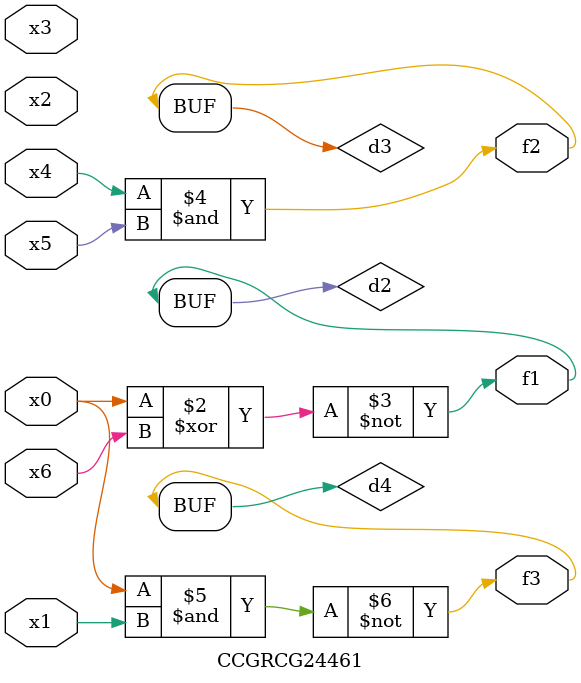
<source format=v>
module CCGRCG24461(
	input x0, x1, x2, x3, x4, x5, x6,
	output f1, f2, f3
);

	wire d1, d2, d3, d4;

	nor (d1, x0);
	xnor (d2, x0, x6);
	and (d3, x4, x5);
	nand (d4, x0, x1);
	assign f1 = d2;
	assign f2 = d3;
	assign f3 = d4;
endmodule

</source>
